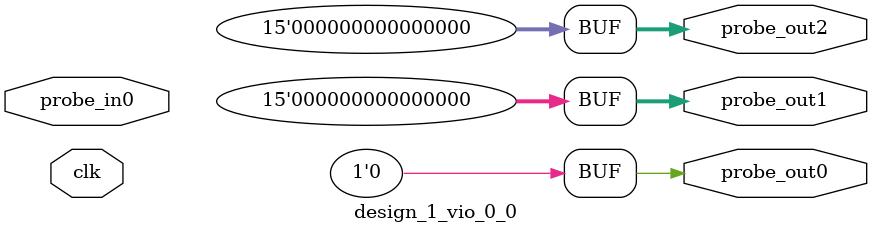
<source format=v>
`timescale 1ns / 1ps
module design_1_vio_0_0 (
clk,
probe_in0,
probe_out0,
probe_out1,
probe_out2
);

input clk;
input [14 : 0] probe_in0;

output reg [0 : 0] probe_out0 = 'h0 ;
output reg [14 : 0] probe_out1 = 'h0000 ;
output reg [14 : 0] probe_out2 = 'h0000 ;


endmodule

</source>
